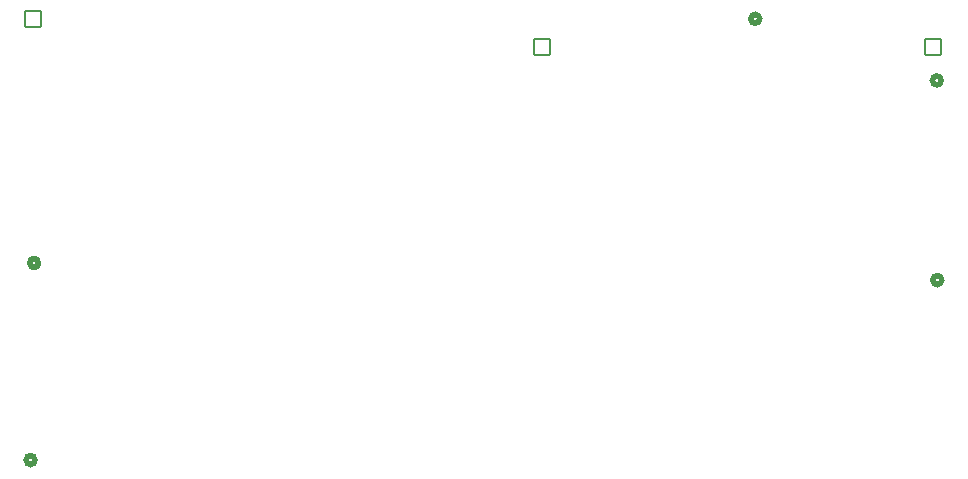
<source format=gbo>
%TF.GenerationSoftware,KiCad,Pcbnew,8.0.4*%
%TF.CreationDate,2025-01-10T16:53:36-05:00*%
%TF.ProjectId,X17-ESC-Adapter,5831372d-4553-4432-9d41-646170746572,rev?*%
%TF.SameCoordinates,Original*%
%TF.FileFunction,Legend,Bot*%
%TF.FilePolarity,Positive*%
%FSLAX46Y46*%
G04 Gerber Fmt 4.6, Leading zero omitted, Abs format (unit mm)*
G04 Created by KiCad (PCBNEW 8.0.4) date 2025-01-10 16:53:36*
%MOMM*%
%LPD*%
G01*
G04 APERTURE LIST*
G04 Aperture macros list*
%AMRoundRect*
0 Rectangle with rounded corners*
0 $1 Rounding radius*
0 $2 $3 $4 $5 $6 $7 $8 $9 X,Y pos of 4 corners*
0 Add a 4 corners polygon primitive as box body*
4,1,4,$2,$3,$4,$5,$6,$7,$8,$9,$2,$3,0*
0 Add four circle primitives for the rounded corners*
1,1,$1+$1,$2,$3*
1,1,$1+$1,$4,$5*
1,1,$1+$1,$6,$7*
1,1,$1+$1,$8,$9*
0 Add four rect primitives between the rounded corners*
20,1,$1+$1,$2,$3,$4,$5,0*
20,1,$1+$1,$4,$5,$6,$7,0*
20,1,$1+$1,$6,$7,$8,$9,0*
20,1,$1+$1,$8,$9,$2,$3,0*%
G04 Aperture macros list end*
%ADD10C,0.508000*%
%ADD11C,3.810000*%
%ADD12C,1.701800*%
%ADD13C,1.594000*%
%ADD14RoundRect,0.102000X-0.695000X-0.695000X0.695000X-0.695000X0.695000X0.695000X-0.695000X0.695000X0*%
%ADD15RoundRect,0.102000X0.695000X0.695000X-0.695000X0.695000X-0.695000X-0.695000X0.695000X-0.695000X0*%
%ADD16C,5.004000*%
G04 APERTURE END LIST*
D10*
%TO.C,ESC2*%
X120091000Y-116731300D02*
G75*
G02*
X119329000Y-116731300I-381000J0D01*
G01*
X119329000Y-116731300D02*
G75*
G02*
X120091000Y-116731300I381000J0D01*
G01*
%TO.C,ESC1*%
X120391000Y-100041300D02*
G75*
G02*
X119629000Y-100041300I-381000J0D01*
G01*
X119629000Y-100041300D02*
G75*
G02*
X120391000Y-100041300I381000J0D01*
G01*
%TO.C,BM08B-SRSS-TBLFSN1*%
X181446800Y-79371600D02*
G75*
G02*
X180684800Y-79371600I-381000J0D01*
G01*
X180684800Y-79371600D02*
G75*
G02*
X181446800Y-79371600I381000J0D01*
G01*
%TO.C,ESC4*%
X196861001Y-101498700D02*
G75*
G02*
X196099001Y-101498700I-381000J0D01*
G01*
X196099001Y-101498700D02*
G75*
G02*
X196861001Y-101498700I381000J0D01*
G01*
%TO.C,ESC3*%
X196821000Y-84588700D02*
G75*
G02*
X196059000Y-84588700I-381000J0D01*
G01*
X196059000Y-84588700D02*
G75*
G02*
X196821000Y-84588700I381000J0D01*
G01*
%TD*%
%LPC*%
D11*
%TO.C,H1*%
X110890000Y-80460000D03*
%TD*%
%TO.C,H1*%
X205000000Y-80550000D03*
%TD*%
D12*
%TO.C,ESC2*%
X119710000Y-113870000D03*
X126710001Y-113870000D03*
X119710000Y-108870000D03*
X126710001Y-108870000D03*
X119710000Y-103870000D03*
X126710001Y-103870000D03*
%TD*%
%TO.C,ESC1*%
X120010000Y-97180000D03*
X127010001Y-97180000D03*
X120010000Y-92180000D03*
X127010001Y-92180000D03*
X120010000Y-87180000D03*
X127010001Y-87180000D03*
%TD*%
D13*
%TO.C,J2*%
X152890000Y-79200000D03*
X152890000Y-81740000D03*
X155430000Y-79200000D03*
X155430000Y-81740000D03*
X157970000Y-79200000D03*
X157970000Y-81740000D03*
X160510000Y-79200000D03*
X160510000Y-81740000D03*
X163050000Y-79200000D03*
D14*
X163050000Y-81740000D03*
D15*
X119890000Y-79425000D03*
D13*
X119890000Y-81965000D03*
X122430000Y-79425000D03*
X122430000Y-81965000D03*
X124970000Y-79425000D03*
X124970000Y-81965000D03*
X127510000Y-79425000D03*
X127510000Y-81965000D03*
X130050000Y-79425000D03*
X130050000Y-81965000D03*
X193550000Y-79175000D03*
X196090000Y-79175000D03*
D14*
X196090000Y-81715000D03*
D13*
X193550000Y-81715000D03*
X191010000Y-79175000D03*
X191010000Y-81715000D03*
X188470000Y-79175000D03*
X188470000Y-81715000D03*
X185930000Y-79175000D03*
X185930000Y-81715000D03*
%TD*%
D16*
%TO.C,ESC5*%
X134975000Y-86355000D03*
X134975000Y-91925000D03*
X134975000Y-97495000D03*
X134975000Y-103055000D03*
X134975000Y-108625000D03*
X134975000Y-114195000D03*
X180975000Y-114195000D03*
X180975000Y-108625000D03*
X180975000Y-103055000D03*
X180975000Y-97495000D03*
X180975000Y-91925000D03*
X180975000Y-86355000D03*
%TD*%
D12*
%TO.C,ESC4*%
X196480001Y-104360000D03*
X189480000Y-104360000D03*
X196480001Y-109360000D03*
X189480000Y-109360000D03*
X196480001Y-114360000D03*
X189480000Y-114360000D03*
%TD*%
%TO.C,ESC3*%
X196440000Y-87450000D03*
X189439999Y-87450000D03*
X196440000Y-92450000D03*
X189439999Y-92450000D03*
X196440000Y-97450000D03*
X189439999Y-97450000D03*
%TD*%
%LPD*%
M02*

</source>
